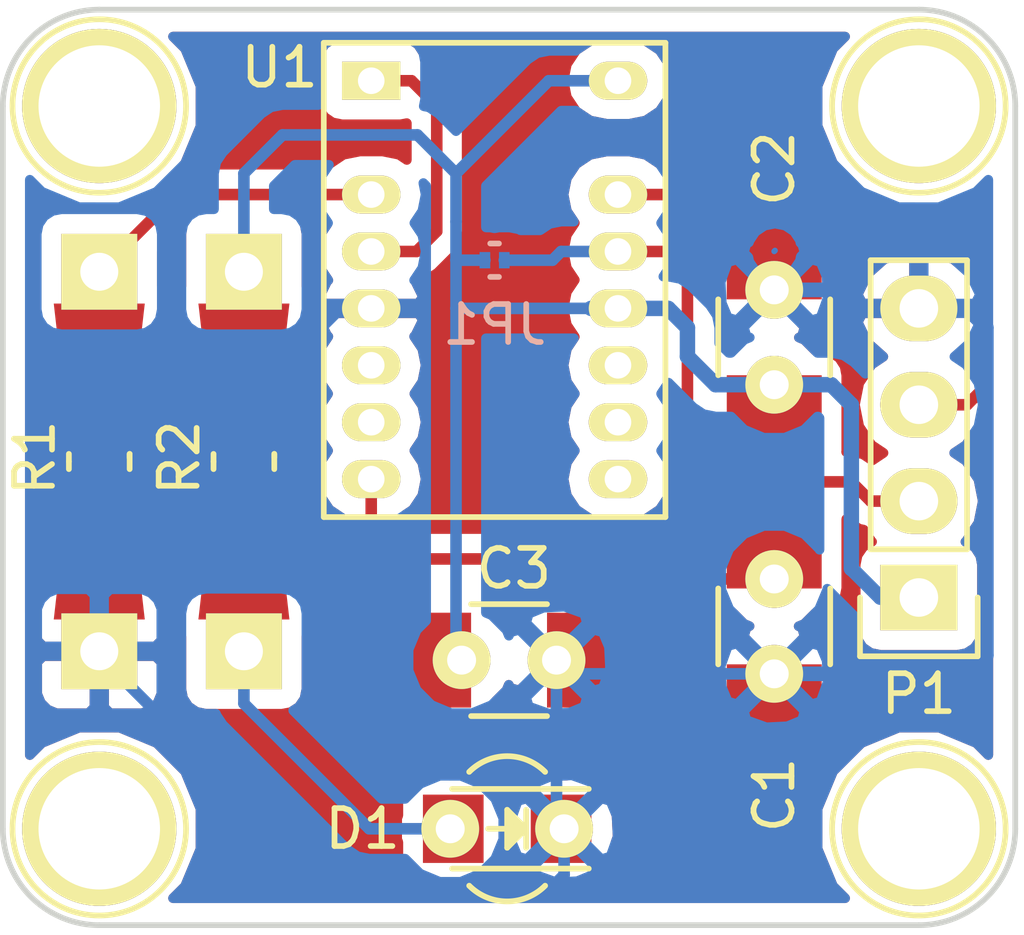
<source format=kicad_pcb>
(kicad_pcb (version 4) (host pcbnew 4.0.6)

  (general
    (links 31)
    (no_connects 0)
    (area 124.704743 84.836 161.045258 109.474001)
    (thickness 1.6002)
    (drawings 8)
    (tracks 101)
    (zones 0)
    (modules 13)
    (nets 9)
  )

  (page A4)
  (title_block
    (title "GP2Y0D8xxZ0F Board")
    (date 2016-05-01)
    (rev 1)
    (company "Officine Robotiche - Roberto D'Amico (Bobboteck)")
  )

  (layers
    (0 F.Cu signal)
    (31 B.Cu signal)
    (33 F.Adhes user)
    (34 B.Paste user)
    (35 F.Paste user)
    (36 B.SilkS user)
    (37 F.SilkS user)
    (38 B.Mask user)
    (39 F.Mask user)
    (40 Dwgs.User user)
    (41 Cmts.User user)
    (42 Eco1.User user)
    (43 Eco2.User user)
    (44 Edge.Cuts user)
    (45 Margin user)
    (47 F.CrtYd user)
    (49 F.Fab user)
  )

  (setup
    (last_trace_width 0.1524)
    (user_trace_width 0.1524)
    (user_trace_width 0.3048)
    (user_trace_width 0.3858)
    (trace_clearance 0.1524)
    (zone_clearance 0.508)
    (zone_45_only no)
    (trace_min 0.1524)
    (segment_width 0.2)
    (edge_width 0.15)
    (via_size 0.6858)
    (via_drill 0.3302)
    (via_min_size 0.6858)
    (via_min_drill 0.3302)
    (uvia_size 0.762)
    (uvia_drill 0.508)
    (uvias_allowed no)
    (uvia_min_size 0)
    (uvia_min_drill 0)
    (pcb_text_width 0.3)
    (pcb_text_size 1.5 1.5)
    (mod_edge_width 0.15)
    (mod_text_size 1 1)
    (mod_text_width 0.15)
    (pad_size 4.064 4.064)
    (pad_drill 3.2)
    (pad_to_mask_clearance 0.2)
    (aux_axis_origin 0 0)
    (visible_elements 7FFFFF7F)
    (pcbplotparams
      (layerselection 0x010f0_80000001)
      (usegerberextensions true)
      (excludeedgelayer true)
      (linewidth 0.100000)
      (plotframeref false)
      (viasonmask false)
      (mode 1)
      (useauxorigin false)
      (hpglpennumber 1)
      (hpglpenspeed 20)
      (hpglpendiameter 15)
      (hpglpenoverlay 2)
      (psnegative false)
      (psa4output false)
      (plotreference true)
      (plotvalue true)
      (plotinvisibletext false)
      (padsonsilk false)
      (subtractmaskfromsilk false)
      (outputformat 1)
      (mirror false)
      (drillshape 0)
      (scaleselection 1)
      (outputdirectory Gerber/))
  )

  (net 0 "")
  (net 1 "Net-(C1-Pad1)")
  (net 2 GND)
  (net 3 VCC)
  (net 4 "Net-(D1-Pad2)")
  (net 5 /Enable)
  (net 6 /Output)
  (net 7 "Net-(R1-Pad1)")
  (net 8 "Net-(U1-Pad1)")

  (net_class Default "This is the default net class."
    (clearance 0.1524)
    (trace_width 0.1524)
    (via_dia 0.6858)
    (via_drill 0.3302)
    (uvia_dia 0.762)
    (uvia_drill 0.508)
    (add_net /Enable)
    (add_net /Output)
    (add_net GND)
    (add_net "Net-(C1-Pad1)")
    (add_net "Net-(D1-Pad2)")
    (add_net "Net-(R1-Pad1)")
    (add_net "Net-(U1-Pad1)")
    (add_net VCC)
  )

  (net_class Power ""
    (clearance 0.1524)
    (trace_width 0.3084)
    (via_dia 0.6858)
    (via_drill 0.3302)
    (uvia_dia 0.762)
    (uvia_drill 0.508)
  )

  (module GP2Y0D81xZ0F:GP2Y0D81xZ0F (layer F.Cu) (tedit 56F92A23) (tstamp 56E73AC4)
    (at 142.494 92.964)
    (path /56E5E3CE)
    (fp_text reference U1 (at -5.665 -6.35) (layer F.SilkS)
      (effects (font (size 1 1) (thickness 0.15)))
    )
    (fp_text value GP2Y0D81xZ0F (at 0 -0.5 90) (layer F.Fab) hide
      (effects (font (size 1 1) (thickness 0.15)))
    )
    (fp_line (start -4.5 -7) (end 4.5 -7) (layer F.SilkS) (width 0.15))
    (fp_line (start 4.5 -7) (end 4.5 5.5) (layer F.SilkS) (width 0.15))
    (fp_line (start 4.5 5.5) (end -4.5 5.5) (layer F.SilkS) (width 0.15))
    (fp_line (start -4.5 5.5) (end -4.5 -7) (layer F.SilkS) (width 0.15))
    (pad 1 thru_hole rect (at -3.25 -6) (size 1.54 1) (drill 0.7) (layers *.Cu *.Mask F.SilkS)
      (net 8 "Net-(U1-Pad1)"))
    (pad 2 thru_hole oval (at -3.25 -3) (size 1.54 1) (drill 0.7) (layers *.Cu *.Mask F.SilkS)
      (net 7 "Net-(R1-Pad1)"))
    (pad 3 thru_hole oval (at -3.25 -1.5) (size 1.54 1) (drill 0.7) (layers *.Cu *.Mask F.SilkS)
      (net 8 "Net-(U1-Pad1)"))
    (pad 4 thru_hole oval (at -3.25 0) (size 1.54 1) (drill 0.7) (layers *.Cu *.Mask F.SilkS)
      (net 2 GND))
    (pad 5 thru_hole oval (at -3.25 1.5) (size 1.54 1) (drill 0.7) (layers *.Cu *.Mask F.SilkS))
    (pad 6 thru_hole oval (at -3.25 3) (size 1.54 1) (drill 0.7) (layers *.Cu *.Mask F.SilkS))
    (pad 7 thru_hole oval (at -3.25 4.5) (size 1.54 1) (drill 0.7) (layers *.Cu *.Mask F.SilkS)
      (net 1 "Net-(C1-Pad1)"))
    (pad 8 thru_hole oval (at 3.25 4.5) (size 1.54 1) (drill 0.7) (layers *.Cu *.Mask F.SilkS))
    (pad 9 thru_hole oval (at 3.25 3) (size 1.54 1) (drill 0.7) (layers *.Cu *.Mask F.SilkS))
    (pad 10 thru_hole oval (at 3.25 1.5) (size 1.54 1) (drill 0.7) (layers *.Cu *.Mask F.SilkS))
    (pad 11 thru_hole oval (at 3.25 0) (size 1.54 1) (drill 0.7) (layers *.Cu *.Mask F.SilkS)
      (net 3 VCC))
    (pad 12 thru_hole oval (at 3.25 -1.5) (size 1.54 1) (drill 0.7) (layers *.Cu *.Mask F.SilkS)
      (net 5 /Enable))
    (pad 13 thru_hole oval (at 3.25 -3) (size 1.54 1) (drill 0.7) (layers *.Cu *.Mask F.SilkS)
      (net 6 /Output))
    (pad 14 thru_hole oval (at 3.25 -6) (size 1.54 1) (drill 0.7) (layers *.Cu *.Mask F.SilkS)
      (net 3 VCC))
  )

  (module Pin_Headers:Pin_Header_Straight_1x04 (layer F.Cu) (tedit 56F929F9) (tstamp 56E73A96)
    (at 153.67 100.584 180)
    (descr "Through hole pin header")
    (tags "pin header")
    (path /56E5EB6E)
    (fp_text reference P1 (at 0 -2.54 180) (layer F.SilkS)
      (effects (font (size 1 1) (thickness 0.15)))
    )
    (fp_text value CONN_01X04 (at -4.445 5.08 270) (layer F.Fab) hide
      (effects (font (size 1 1) (thickness 0.15)))
    )
    (fp_line (start -1.75 -1.75) (end -1.75 9.4) (layer F.CrtYd) (width 0.05))
    (fp_line (start 1.75 -1.75) (end 1.75 9.4) (layer F.CrtYd) (width 0.05))
    (fp_line (start -1.75 -1.75) (end 1.75 -1.75) (layer F.CrtYd) (width 0.05))
    (fp_line (start -1.75 9.4) (end 1.75 9.4) (layer F.CrtYd) (width 0.05))
    (fp_line (start -1.27 1.27) (end -1.27 8.89) (layer F.SilkS) (width 0.15))
    (fp_line (start 1.27 1.27) (end 1.27 8.89) (layer F.SilkS) (width 0.15))
    (fp_line (start 1.55 -1.55) (end 1.55 0) (layer F.SilkS) (width 0.15))
    (fp_line (start -1.27 8.89) (end 1.27 8.89) (layer F.SilkS) (width 0.15))
    (fp_line (start 1.27 1.27) (end -1.27 1.27) (layer F.SilkS) (width 0.15))
    (fp_line (start -1.55 0) (end -1.55 -1.55) (layer F.SilkS) (width 0.15))
    (fp_line (start -1.55 -1.55) (end 1.55 -1.55) (layer F.SilkS) (width 0.15))
    (pad 1 thru_hole rect (at 0 0 180) (size 2.032 1.7272) (drill 1.016) (layers *.Cu *.Mask F.SilkS)
      (net 3 VCC))
    (pad 2 thru_hole oval (at 0 2.54 180) (size 2.032 1.7272) (drill 1.016) (layers *.Cu *.Mask F.SilkS)
      (net 5 /Enable))
    (pad 3 thru_hole oval (at 0 5.08 180) (size 2.032 1.7272) (drill 1.016) (layers *.Cu *.Mask F.SilkS)
      (net 6 /Output))
    (pad 4 thru_hole oval (at 0 7.62 180) (size 2.032 1.7272) (drill 1.016) (layers *.Cu *.Mask F.SilkS)
      (net 2 GND))
    (model Pin_Headers.3dshapes/Pin_Header_Straight_1x04.wrl
      (at (xyz 0 -0.15 0))
      (scale (xyz 1 1 1))
      (rotate (xyz 0 0 90))
    )
  )

  (module Resistors_Universal:Resistor_SMD+THTuniversal_0805to1206_RM10_HandSoldering (layer F.Cu) (tedit 56F928C5) (tstamp 56E73AA2)
    (at 132.08 97 270)
    (descr "Resistor, SMD and THT, universal, 0805 to 1206,RM10,  Hand soldering,")
    (tags "Resistor, SMD and THT, universal, 0805 to 1206, RM10, Hand soldering,")
    (path /56E5E48F)
    (fp_text reference R1 (at -0.1 1.7 270) (layer F.SilkS)
      (effects (font (size 1 1) (thickness 0.15)))
    )
    (fp_text value 4.3 (at -0.39878 4.20116 360) (layer F.Fab) hide
      (effects (font (size 1 1) (thickness 0.15)))
    )
    (fp_line (start 0 0.8001) (end 0.20066 0.8001) (layer F.SilkS) (width 0.15))
    (fp_line (start 0 0.8001) (end -0.20066 0.8001) (layer F.SilkS) (width 0.15))
    (fp_line (start -0.09906 -0.8001) (end -0.20066 -0.8001) (layer F.SilkS) (width 0.15))
    (fp_line (start -0.20066 -0.8001) (end 0.20066 -0.8001) (layer F.SilkS) (width 0.15))
    (pad 1 smd trapezoid (at -2.413 0 270) (size 3.50012 1.99898) (rect_delta 0.39878 0 ) (layers F.Cu F.Paste F.Mask)
      (net 7 "Net-(R1-Pad1)"))
    (pad 2 smd trapezoid (at 2.413 0 90) (size 3.50012 1.99898) (rect_delta 0.39878 0 ) (layers F.Cu F.Paste F.Mask)
      (net 2 GND))
    (pad 1 thru_hole rect (at -5.00126 0 90) (size 1.99898 1.99898) (drill 1.00076) (layers *.Cu *.Mask F.SilkS)
      (net 7 "Net-(R1-Pad1)"))
    (pad 2 thru_hole rect (at 5.00126 0 90) (size 1.99898 1.99898) (drill 1.00076) (layers *.Cu *.Mask F.SilkS)
      (net 2 GND))
  )

  (module Resistors_Universal:Resistor_SMD+THTuniversal_0805to1206_RM10_HandSoldering (layer F.Cu) (tedit 56F928DC) (tstamp 56E73AAE)
    (at 135.89 97 270)
    (descr "Resistor, SMD and THT, universal, 0805 to 1206,RM10,  Hand soldering,")
    (tags "Resistor, SMD and THT, universal, 0805 to 1206, RM10, Hand soldering,")
    (path /56E5E58C)
    (fp_text reference R2 (at -0.1 1.7 270) (layer F.SilkS)
      (effects (font (size 1 1) (thickness 0.15)))
    )
    (fp_text value 1K (at 2.06 7.62 360) (layer F.Fab) hide
      (effects (font (size 1 1) (thickness 0.15)))
    )
    (fp_line (start 0 0.8001) (end 0.20066 0.8001) (layer F.SilkS) (width 0.15))
    (fp_line (start 0 0.8001) (end -0.20066 0.8001) (layer F.SilkS) (width 0.15))
    (fp_line (start -0.09906 -0.8001) (end -0.20066 -0.8001) (layer F.SilkS) (width 0.15))
    (fp_line (start -0.20066 -0.8001) (end 0.20066 -0.8001) (layer F.SilkS) (width 0.15))
    (pad 1 smd trapezoid (at -2.413 0 270) (size 3.50012 1.99898) (rect_delta 0.39878 0 ) (layers F.Cu F.Paste F.Mask)
      (net 3 VCC))
    (pad 2 smd trapezoid (at 2.413 0 90) (size 3.50012 1.99898) (rect_delta 0.39878 0 ) (layers F.Cu F.Paste F.Mask)
      (net 4 "Net-(D1-Pad2)"))
    (pad 1 thru_hole rect (at -5.00126 0 90) (size 1.99898 1.99898) (drill 1.00076) (layers *.Cu *.Mask F.SilkS)
      (net 3 VCC))
    (pad 2 thru_hole rect (at 5.00126 0 90) (size 1.99898 1.99898) (drill 1.00076) (layers *.Cu *.Mask F.SilkS)
      (net 4 "Net-(D1-Pad2)"))
  )

  (module GP2Y0D81xZ0F:LED_1206_3MM (layer F.Cu) (tedit 56F90190) (tstamp 56E73A77)
    (at 142.825 106.68 180)
    (descr "LED 1206 smd package")
    (tags "LED1206 SMD")
    (path /56E5E6B0)
    (attr smd)
    (fp_text reference D1 (at 3.81 0 180) (layer F.SilkS)
      (effects (font (size 1 1) (thickness 0.15)))
    )
    (fp_text value Led (at -3.81 0 180) (layer F.Fab) hide
      (effects (font (size 1 1) (thickness 0.15)))
    )
    (fp_arc (start 0 0.5) (end 1 1.5) (angle 90) (layer F.SilkS) (width 0.15))
    (fp_arc (start 0 -0.5) (end -1 -1.5) (angle 90) (layer F.SilkS) (width 0.15))
    (fp_line (start -2.15 1.05) (end 1.45 1.05) (layer F.SilkS) (width 0.15))
    (fp_line (start -2.15 -1.05) (end 1.45 -1.05) (layer F.SilkS) (width 0.15))
    (fp_line (start -0.1 -0.3) (end -0.1 0.3) (layer F.SilkS) (width 0.15))
    (fp_line (start -0.1 0.3) (end -0.4 0) (layer F.SilkS) (width 0.15))
    (fp_line (start -0.4 0) (end -0.2 -0.2) (layer F.SilkS) (width 0.15))
    (fp_line (start -0.2 -0.2) (end -0.2 0.05) (layer F.SilkS) (width 0.15))
    (fp_line (start -0.2 0.05) (end -0.25 0) (layer F.SilkS) (width 0.15))
    (fp_line (start -0.5 -0.5) (end -0.5 0.5) (layer F.SilkS) (width 0.15))
    (fp_line (start 0 0) (end 0.5 0) (layer F.SilkS) (width 0.15))
    (fp_line (start -0.5 0) (end 0 -0.5) (layer F.SilkS) (width 0.15))
    (fp_line (start 0 -0.5) (end 0 0.5) (layer F.SilkS) (width 0.15))
    (fp_line (start 0 0.5) (end -0.5 0) (layer F.SilkS) (width 0.15))
    (fp_line (start 2.5 -1.25) (end -2.5 -1.25) (layer F.CrtYd) (width 0.05))
    (fp_line (start -2.5 -1.25) (end -2.5 1.25) (layer F.CrtYd) (width 0.05))
    (fp_line (start -2.5 1.25) (end 2.5 1.25) (layer F.CrtYd) (width 0.05))
    (fp_line (start 2.5 1.25) (end 2.5 -1.25) (layer F.CrtYd) (width 0.05))
    (pad 2 smd rect (at 1.41986 0) (size 1.59766 1.80086) (layers F.Cu F.Paste F.Mask)
      (net 4 "Net-(D1-Pad2)"))
    (pad 1 smd rect (at -1.41986 0) (size 1.59766 1.80086) (layers F.Cu F.Paste F.Mask)
      (net 2 GND))
    (pad 1 thru_hole circle (at -1.5 0 180) (size 1.524 1.524) (drill 0.762) (layers *.Cu *.Mask F.SilkS)
      (net 2 GND))
    (pad 2 thru_hole circle (at 1.5 0 180) (size 1.524 1.524) (drill 0.762) (layers *.Cu *.Mask F.SilkS)
      (net 4 "Net-(D1-Pad2)"))
    (model LEDs.3dshapes/LED_1206.wrl
      (at (xyz 0 0 0))
      (scale (xyz 1 1 1))
      (rotate (xyz 0 0 180))
    )
  )

  (module Connect:1pin (layer F.Cu) (tedit 56F927DB) (tstamp 56F926DD)
    (at 153.67 87.63)
    (descr "module 1 pin (ou trou mecanique de percage)")
    (tags DEV)
    (fp_text reference REF** (at 5.08 -1.27) (layer F.SilkS) hide
      (effects (font (size 1 1) (thickness 0.15)))
    )
    (fp_text value 1pin (at 5.08 0) (layer F.Fab) hide
      (effects (font (size 1 1) (thickness 0.15)))
    )
    (fp_circle (center 0 0) (end 0 -2.286) (layer F.SilkS) (width 0.15))
    (pad 1 thru_hole circle (at 0 0) (size 4.064 4.064) (drill 3.2) (layers *.Cu *.Mask F.SilkS))
  )

  (module Connect:1pin (layer F.Cu) (tedit 56F92811) (tstamp 56F926E5)
    (at 132.08 87.63)
    (descr "module 1 pin (ou trou mecanique de percage)")
    (tags DEV)
    (fp_text reference REF** (at -5.08 -1.27) (layer F.SilkS) hide
      (effects (font (size 1 1) (thickness 0.15)))
    )
    (fp_text value 1pin (at -5.08 0) (layer F.Fab) hide
      (effects (font (size 1 1) (thickness 0.15)))
    )
    (fp_circle (center 0 0) (end 0 -2.286) (layer F.SilkS) (width 0.15))
    (pad 1 thru_hole circle (at 0 0) (size 4.064 4.064) (drill 3.2) (layers *.Cu *.Mask F.SilkS))
  )

  (module Connect:1pin (layer F.Cu) (tedit 56F927F7) (tstamp 56F926EB)
    (at 132.08 106.68)
    (descr "module 1 pin (ou trou mecanique de percage)")
    (tags DEV)
    (fp_text reference REF** (at -5.08 1.27) (layer F.SilkS) hide
      (effects (font (size 1 1) (thickness 0.15)))
    )
    (fp_text value 1pin (at -5.08 0) (layer F.Fab) hide
      (effects (font (size 1 1) (thickness 0.15)))
    )
    (fp_circle (center 0 0) (end 0 -2.286) (layer F.SilkS) (width 0.15))
    (pad 1 thru_hole circle (at 0 0) (size 4.064 4.064) (drill 3.2) (layers *.Cu *.Mask F.SilkS))
  )

  (module Connect:1pin (layer F.Cu) (tedit 56F927E1) (tstamp 56F926F1)
    (at 153.67 106.68)
    (descr "module 1 pin (ou trou mecanique de percage)")
    (tags DEV)
    (fp_text reference REF** (at 5.08 1.27) (layer F.SilkS) hide
      (effects (font (size 1 1) (thickness 0.15)))
    )
    (fp_text value 1pin (at 5.08 0) (layer F.Fab) hide
      (effects (font (size 1 1) (thickness 0.15)))
    )
    (fp_circle (center 0 0) (end 0 -2.286) (layer F.SilkS) (width 0.15))
    (pad 1 thru_hole circle (at 0 0) (size 4.064 4.064) (drill 3.2) (layers *.Cu *.Mask F.SilkS))
  )

  (module GP2Y0D81xZ0F:C_1210_HandSoldering_100n (layer F.Cu) (tedit 56F92BC0) (tstamp 56E73A55)
    (at 149.86 93.726 90)
    (descr "Capacitor SMD 1210, hand soldering")
    (tags "capacitor 1210")
    (path /56E5E620)
    (attr smd)
    (fp_text reference C2 (at 4.445 0 90) (layer F.SilkS)
      (effects (font (size 1 1) (thickness 0.15)))
    )
    (fp_text value 0.1uF (at 5.715 -1.27 90) (layer F.Fab) hide
      (effects (font (size 1 1) (thickness 0.15)))
    )
    (fp_line (start -3.3 -1.6) (end 3.3 -1.6) (layer F.CrtYd) (width 0.05))
    (fp_line (start -3.3 1.6) (end 3.3 1.6) (layer F.CrtYd) (width 0.05))
    (fp_line (start -3.3 -1.6) (end -3.3 1.6) (layer F.CrtYd) (width 0.05))
    (fp_line (start 3.3 -1.6) (end 3.3 1.6) (layer F.CrtYd) (width 0.05))
    (fp_line (start 1 -1.475) (end -1 -1.475) (layer F.SilkS) (width 0.15))
    (fp_line (start -1 1.475) (end 1 1.475) (layer F.SilkS) (width 0.15))
    (pad 1 smd rect (at -2 0 90) (size 2 2.5) (layers F.Cu F.Paste F.Mask)
      (net 3 VCC))
    (pad 2 smd rect (at 2 0 90) (size 2 2.5) (layers F.Cu F.Paste F.Mask)
      (net 2 GND))
    (pad 1 thru_hole circle (at -1.25 0 90) (size 1.524 1.524) (drill 0.762) (layers *.Cu *.Mask F.SilkS)
      (net 3 VCC))
    (pad 2 thru_hole circle (at 1.25 0 90) (size 1.524 1.524) (drill 0.762) (layers *.Cu *.Mask F.SilkS)
      (net 2 GND))
    (model Capacitors_SMD.3dshapes/C_1210_HandSoldering.wrl
      (at (xyz 0 0 0))
      (scale (xyz 1 1 1))
      (rotate (xyz 0 0 0))
    )
  )

  (module GP2Y0D81xZ0F:C_1210_HandSoldering_100n (layer F.Cu) (tedit 56F92BC0) (tstamp 56E73A49)
    (at 149.86 101.346 270)
    (descr "Capacitor SMD 1210, hand soldering")
    (tags "capacitor 1210")
    (path /56E5E5BF)
    (attr smd)
    (fp_text reference C1 (at 4.445 0 270) (layer F.SilkS)
      (effects (font (size 1 1) (thickness 0.15)))
    )
    (fp_text value 0.1uF (at 5.715 -1.27 270) (layer F.Fab) hide
      (effects (font (size 1 1) (thickness 0.15)))
    )
    (fp_line (start -3.3 -1.6) (end 3.3 -1.6) (layer F.CrtYd) (width 0.05))
    (fp_line (start -3.3 1.6) (end 3.3 1.6) (layer F.CrtYd) (width 0.05))
    (fp_line (start -3.3 -1.6) (end -3.3 1.6) (layer F.CrtYd) (width 0.05))
    (fp_line (start 3.3 -1.6) (end 3.3 1.6) (layer F.CrtYd) (width 0.05))
    (fp_line (start 1 -1.475) (end -1 -1.475) (layer F.SilkS) (width 0.15))
    (fp_line (start -1 1.475) (end 1 1.475) (layer F.SilkS) (width 0.15))
    (pad 1 smd rect (at -2 0 270) (size 2 2.5) (layers F.Cu F.Paste F.Mask)
      (net 1 "Net-(C1-Pad1)"))
    (pad 2 smd rect (at 2 0 270) (size 2 2.5) (layers F.Cu F.Paste F.Mask)
      (net 2 GND))
    (pad 1 thru_hole circle (at -1.25 0 270) (size 1.524 1.524) (drill 0.762) (layers *.Cu *.Mask F.SilkS)
      (net 1 "Net-(C1-Pad1)"))
    (pad 2 thru_hole circle (at 1.25 0 270) (size 1.524 1.524) (drill 0.762) (layers *.Cu *.Mask F.SilkS)
      (net 2 GND))
    (model Capacitors_SMD.3dshapes/C_1210_HandSoldering.wrl
      (at (xyz 0 0 0))
      (scale (xyz 1 1 1))
      (rotate (xyz 0 0 0))
    )
  )

  (module GP2Y0D81xZ0F:C_1210_HandSoldering_100n (layer F.Cu) (tedit 5724C864) (tstamp 56E73A61)
    (at 142.875 102.235)
    (descr "Capacitor SMD 1210, hand soldering")
    (tags "capacitor 1210")
    (path /56E5E683)
    (attr smd)
    (fp_text reference C3 (at 0.127 -2.413) (layer F.SilkS)
      (effects (font (size 1 1) (thickness 0.15)))
    )
    (fp_text value 4.7uF (at 5.715 -1.27) (layer F.Fab) hide
      (effects (font (size 1 1) (thickness 0.15)))
    )
    (fp_line (start -3.3 -1.6) (end 3.3 -1.6) (layer F.CrtYd) (width 0.05))
    (fp_line (start -3.3 1.6) (end 3.3 1.6) (layer F.CrtYd) (width 0.05))
    (fp_line (start -3.3 -1.6) (end -3.3 1.6) (layer F.CrtYd) (width 0.05))
    (fp_line (start 3.3 -1.6) (end 3.3 1.6) (layer F.CrtYd) (width 0.05))
    (fp_line (start 1 -1.475) (end -1 -1.475) (layer F.SilkS) (width 0.15))
    (fp_line (start -1 1.475) (end 1 1.475) (layer F.SilkS) (width 0.15))
    (pad 1 smd rect (at -2 0) (size 2 2.5) (layers F.Cu F.Paste F.Mask)
      (net 3 VCC))
    (pad 2 smd rect (at 2 0) (size 2 2.5) (layers F.Cu F.Paste F.Mask)
      (net 2 GND))
    (pad 1 thru_hole circle (at -1.25 0) (size 1.524 1.524) (drill 0.762) (layers *.Cu *.Mask F.SilkS)
      (net 3 VCC))
    (pad 2 thru_hole circle (at 1.25 0) (size 1.524 1.524) (drill 0.762) (layers *.Cu *.Mask F.SilkS)
      (net 2 GND))
    (model Capacitors_SMD.3dshapes/C_1210_HandSoldering.wrl
      (at (xyz 0 0 0))
      (scale (xyz 1 1 1))
      (rotate (xyz 0 0 0))
    )
  )

  (module Resistors_SMD:R_0201 (layer B.Cu) (tedit 56F99627) (tstamp 56E73A83)
    (at 142.494 91.694)
    (descr "Resistor SMD 0201, reflow soldering, Vishay (see crcw0201e3.pdf)")
    (tags "resistor 0201")
    (path /56E5EEA5)
    (attr smd)
    (fp_text reference JP1 (at 0 1.7) (layer B.SilkS)
      (effects (font (size 1 1) (thickness 0.15)) (justify mirror))
    )
    (fp_text value Jumper_NO_Small (at 0 -1.7) (layer B.Fab) hide
      (effects (font (size 1 1) (thickness 0.15)) (justify mirror))
    )
    (fp_line (start -0.65 0.55) (end 0.65 0.55) (layer B.CrtYd) (width 0.05))
    (fp_line (start -0.65 -0.55) (end 0.65 -0.55) (layer B.CrtYd) (width 0.05))
    (fp_line (start -0.65 0.55) (end -0.65 -0.55) (layer B.CrtYd) (width 0.05))
    (fp_line (start 0.65 0.55) (end 0.65 -0.55) (layer B.CrtYd) (width 0.05))
    (fp_line (start 0.115 0.44) (end -0.115 0.44) (layer B.SilkS) (width 0.15))
    (fp_line (start -0.115 -0.44) (end 0.115 -0.44) (layer B.SilkS) (width 0.15))
    (pad 1 smd rect (at -0.255 0) (size 0.28 0.43) (layers B.Cu B.Paste B.Mask)
      (net 3 VCC))
    (pad 2 smd rect (at 0.255 0) (size 0.28 0.43) (layers B.Cu B.Paste B.Mask)
      (net 5 /Enable))
    (model Resistors_SMD.3dshapes/R_0201.wrl
      (at (xyz 0 0 0))
      (scale (xyz 1 1 1))
      (rotate (xyz 0 0 0))
    )
  )

  (gr_line (start 153.67 109.22) (end 132.08 109.22) (angle 90) (layer Edge.Cuts) (width 0.15))
  (gr_line (start 156.21 87.63) (end 156.21 106.68) (angle 90) (layer Edge.Cuts) (width 0.15))
  (gr_line (start 132.08 85.09) (end 153.67 85.09) (angle 90) (layer Edge.Cuts) (width 0.15))
  (gr_line (start 129.54 106.68) (end 129.54 87.63) (angle 90) (layer Edge.Cuts) (width 0.15))
  (gr_arc (start 132.08 106.68) (end 132.08 109.22) (angle 90) (layer Edge.Cuts) (width 0.15))
  (gr_arc (start 153.67 106.68) (end 156.21 106.68) (angle 90) (layer Edge.Cuts) (width 0.15))
  (gr_arc (start 153.67 87.63) (end 153.67 85.09) (angle 90) (layer Edge.Cuts) (width 0.15))
  (gr_arc (start 132.08 87.63) (end 129.54 87.63) (angle 90) (layer Edge.Cuts) (width 0.15))

  (segment (start 149.88 91.44) (end 149.86 91.46) (width 0.1524) (layer B.Cu) (net 0) (tstamp 56F975DD))
  (segment (start 139.244 97.464) (end 139.244 98.604) (width 0.3048) (layer F.Cu) (net 1))
  (segment (start 147.34 100.096) (end 149.86 100.096) (width 0.3048) (layer F.Cu) (net 1) (tstamp 5724E62E))
  (segment (start 146.812 99.568) (end 147.34 100.096) (width 0.3048) (layer F.Cu) (net 1) (tstamp 5724E624))
  (segment (start 140.208 99.568) (end 146.812 99.568) (width 0.3048) (layer F.Cu) (net 1) (tstamp 5724E61F))
  (segment (start 139.244 98.604) (end 140.208 99.568) (width 0.3048) (layer F.Cu) (net 1) (tstamp 5724E61B))
  (segment (start 149.86 100.096) (end 149.86 99.346) (width 0.3048) (layer F.Cu) (net 1) (tstamp 5724E635))
  (segment (start 149.84 100.076) (end 149.86 100.096) (width 0.1524) (layer F.Cu) (net 1) (tstamp 56F989A9))
  (segment (start 149.86 100.096) (end 149.86 99.346) (width 0.1524) (layer F.Cu) (net 1) (tstamp 56F989AE))
  (segment (start 139.244 97.464) (end 139.244 97.842) (width 0.1524) (layer F.Cu) (net 1))
  (segment (start 149.86 99.08) (end 149.86 98.33) (width 0.1524) (layer F.Cu) (net 1) (tstamp 56F9782F))
  (segment (start 139.244 92.964) (end 138.43 92.964) (width 0.3048) (layer B.Cu) (net 2))
  (segment (start 139.192 104.648) (end 144.125 104.648) (width 0.3048) (layer B.Cu) (net 2) (tstamp 5724E734))
  (segment (start 138.43 103.886) (end 139.192 104.648) (width 0.3048) (layer B.Cu) (net 2) (tstamp 5724E72E))
  (segment (start 138.43 99.822) (end 138.43 103.886) (width 0.3048) (layer B.Cu) (net 2) (tstamp 5724E729))
  (segment (start 137.668 99.06) (end 138.43 99.822) (width 0.3048) (layer B.Cu) (net 2) (tstamp 5724E71E))
  (segment (start 137.668 93.726) (end 137.668 99.06) (width 0.3048) (layer B.Cu) (net 2) (tstamp 5724E71D))
  (segment (start 138.43 92.964) (end 137.668 93.726) (width 0.3048) (layer B.Cu) (net 2) (tstamp 5724E713))
  (segment (start 144.125 102.235) (end 144.125 104.648) (width 0.3048) (layer B.Cu) (net 2))
  (segment (start 144.125 104.648) (end 144.125 106.48) (width 0.3048) (layer B.Cu) (net 2) (tstamp 5724E739))
  (segment (start 144.125 106.48) (end 144.325 106.68) (width 0.3048) (layer B.Cu) (net 2) (tstamp 5724E70D))
  (segment (start 144.325 106.68) (end 144.325 107.897) (width 0.3048) (layer B.Cu) (net 2))
  (segment (start 138.43 108.458) (end 132.08 102.108) (width 0.3048) (layer B.Cu) (net 2) (tstamp 5724E6BF))
  (segment (start 143.764 108.458) (end 138.43 108.458) (width 0.3048) (layer B.Cu) (net 2) (tstamp 5724E6BB))
  (segment (start 144.325 107.897) (end 143.764 108.458) (width 0.3048) (layer B.Cu) (net 2) (tstamp 5724E6B7))
  (segment (start 132.08 102.108) (end 132.08 102.00126) (width 0.3048) (layer B.Cu) (net 2) (tstamp 5724E6CC))
  (segment (start 149.86 102.596) (end 144.486 102.596) (width 0.3048) (layer B.Cu) (net 2))
  (segment (start 144.486 102.596) (end 144.125 102.235) (width 0.3048) (layer B.Cu) (net 2) (tstamp 5724E68F))
  (segment (start 149.86 92.476) (end 151.658 92.476) (width 0.3858) (layer B.Cu) (net 2))
  (segment (start 152.146 92.964) (end 153.67 92.964) (width 0.3858) (layer B.Cu) (net 2) (tstamp 5724E592))
  (segment (start 151.658 92.476) (end 152.146 92.964) (width 0.3858) (layer B.Cu) (net 2) (tstamp 5724E58C))
  (segment (start 149.86 102.596) (end 154.96 102.596) (width 0.3858) (layer B.Cu) (net 2))
  (segment (start 154.94 92.964) (end 153.67 92.964) (width 0.3858) (layer B.Cu) (net 2) (tstamp 5724E568))
  (segment (start 155.448 93.472) (end 154.94 92.964) (width 0.3858) (layer B.Cu) (net 2) (tstamp 5724E560))
  (segment (start 155.448 102.108) (end 155.448 93.472) (width 0.3858) (layer B.Cu) (net 2) (tstamp 5724E55C))
  (segment (start 154.96 102.596) (end 155.448 102.108) (width 0.3858) (layer B.Cu) (net 2) (tstamp 5724E551))
  (segment (start 153.436 92.476) (end 153.67 92.71) (width 0.1524) (layer B.Cu) (net 2) (tstamp 56F98A5A))
  (segment (start 153.67 92.71) (end 154.178 92.71) (width 0.1524) (layer B.Cu) (net 2))
  (segment (start 144.486 102.596) (end 144.125 102.235) (width 0.1524) (layer B.Cu) (net 2) (tstamp 56F98977))
  (segment (start 132.08 102.00126) (end 132.08 99.413) (width 0.1524) (layer F.Cu) (net 2))
  (segment (start 144.325 102.435) (end 144.125 102.235) (width 0.1524) (layer B.Cu) (net 2) (tstamp 56F9459D))
  (segment (start 132.08 102.00126) (end 132.08 102.108) (width 0.1524) (layer B.Cu) (net 2))
  (segment (start 152.654 100.584) (end 151.892 99.822) (width 0.3858) (layer B.Cu) (net 3))
  (segment (start 151.892 99.822) (end 151.892 95.504) (width 0.4064) (layer B.Cu) (net 3) (tstamp 56F98BB3))
  (segment (start 151.892 95.504) (end 151.364 94.976) (width 0.4064) (layer B.Cu) (net 3) (tstamp 56F98BB7))
  (segment (start 151.364 94.976) (end 149.86 94.976) (width 0.4064) (layer B.Cu) (net 3) (tstamp 56F98BBF))
  (segment (start 152.654 100.584) (end 153.67 100.584) (width 0.3858) (layer B.Cu) (net 3) (tstamp 5724E50B))
  (segment (start 145.744 92.964) (end 141.478 92.964) (width 0.3048) (layer B.Cu) (net 3))
  (segment (start 142.239 91.694) (end 141.478 91.694) (width 0.3048) (layer B.Cu) (net 3))
  (segment (start 145.744 86.964) (end 143.922 86.964) (width 0.3048) (layer B.Cu) (net 3))
  (segment (start 143.922 86.964) (end 141.478 89.408) (width 0.3048) (layer B.Cu) (net 3) (tstamp 5724DC8A))
  (segment (start 135.89 91.99874) (end 135.89 89.408) (width 0.3048) (layer B.Cu) (net 3))
  (segment (start 135.89 89.408) (end 136.906 88.392) (width 0.3048) (layer B.Cu) (net 3) (tstamp 5724DC33))
  (segment (start 136.906 88.392) (end 140.462 88.392) (width 0.3048) (layer B.Cu) (net 3) (tstamp 5724DC37))
  (segment (start 140.462 88.392) (end 141.478 89.408) (width 0.3048) (layer B.Cu) (net 3) (tstamp 5724DC41))
  (segment (start 141.478 89.408) (end 141.478 90.678) (width 0.3048) (layer B.Cu) (net 3) (tstamp 5724DC4B))
  (segment (start 141.478 90.678) (end 141.478 91.694) (width 0.3048) (layer B.Cu) (net 3) (tstamp 5724CEBA))
  (segment (start 141.478 91.694) (end 141.478 92.964) (width 0.3048) (layer B.Cu) (net 3) (tstamp 5724DCBA))
  (segment (start 141.478 92.964) (end 141.478 102.088) (width 0.3048) (layer B.Cu) (net 3) (tstamp 5724DCCD))
  (segment (start 141.478 102.088) (end 141.625 102.235) (width 0.1524) (layer B.Cu) (net 3) (tstamp 5724CEC8))
  (segment (start 135.89 91.99874) (end 135.89 94.587) (width 0.1524) (layer F.Cu) (net 3))
  (segment (start 149.86 94.976) (end 148.316 94.976) (width 0.4064) (layer B.Cu) (net 3))
  (segment (start 147.066 92.964) (end 145.744 92.964) (width 0.4064) (layer B.Cu) (net 3) (tstamp 56F98CCF))
  (segment (start 147.574 93.472) (end 147.066 92.964) (width 0.4064) (layer B.Cu) (net 3) (tstamp 56F98CCA))
  (segment (start 147.574 94.234) (end 147.574 93.472) (width 0.4064) (layer B.Cu) (net 3) (tstamp 56F98CC6))
  (segment (start 148.316 94.976) (end 147.574 94.234) (width 0.4064) (layer B.Cu) (net 3) (tstamp 56F98CBF))
  (segment (start 145.744 86.964) (end 145.192 86.964) (width 0.4064) (layer B.Cu) (net 3))
  (segment (start 145.034 92.964) (end 145.744 92.964) (width 0.4064) (layer B.Cu) (net 3) (tstamp 56F98B73))
  (segment (start 145.034 92.964) (end 145.744 92.964) (width 0.1524) (layer B.Cu) (net 3) (tstamp 56F93E43))
  (segment (start 141.325 106.68) (end 139.192 106.68) (width 0.3048) (layer B.Cu) (net 4))
  (segment (start 135.89 103.378) (end 135.89 102.00126) (width 0.3048) (layer B.Cu) (net 4) (tstamp 5724E6E7))
  (segment (start 139.192 106.68) (end 135.89 103.378) (width 0.3048) (layer B.Cu) (net 4) (tstamp 5724E6E1))
  (segment (start 135.89 102.00126) (end 135.89 99.413) (width 0.1524) (layer F.Cu) (net 4))
  (segment (start 153.67 98.044) (end 152.4 98.044) (width 0.3048) (layer F.Cu) (net 5))
  (segment (start 147.09 91.464) (end 145.744 91.464) (width 0.3048) (layer F.Cu) (net 5) (tstamp 5724E66F))
  (segment (start 147.574 91.948) (end 147.09 91.464) (width 0.3048) (layer F.Cu) (net 5) (tstamp 5724E66C))
  (segment (start 147.574 97.282) (end 147.574 91.948) (width 0.3048) (layer F.Cu) (net 5) (tstamp 5724E667))
  (segment (start 147.828 97.536) (end 147.574 97.282) (width 0.3048) (layer F.Cu) (net 5) (tstamp 5724E65F))
  (segment (start 151.892 97.536) (end 147.828 97.536) (width 0.3048) (layer F.Cu) (net 5) (tstamp 5724E65B))
  (segment (start 152.4 98.044) (end 151.892 97.536) (width 0.3048) (layer F.Cu) (net 5) (tstamp 5724E656))
  (segment (start 145.744 91.464) (end 144.248 91.464) (width 0.3048) (layer B.Cu) (net 5))
  (segment (start 144.018 91.694) (end 142.749 91.694) (width 0.3048) (layer B.Cu) (net 5) (tstamp 5724DCD7))
  (segment (start 144.248 91.464) (end 144.018 91.694) (width 0.3048) (layer B.Cu) (net 5) (tstamp 5724DCCF))
  (segment (start 153.67 97.79) (end 152.908 97.79) (width 0.1524) (layer F.Cu) (net 5))
  (segment (start 145.744 89.964) (end 151.686 89.964) (width 0.3048) (layer F.Cu) (net 6))
  (segment (start 154.94 95.504) (end 153.67 95.504) (width 0.3048) (layer F.Cu) (net 6) (tstamp 5724E5F9))
  (segment (start 155.448 94.996) (end 154.94 95.504) (width 0.3048) (layer F.Cu) (net 6) (tstamp 5724E5F5))
  (segment (start 155.448 91.186) (end 155.448 94.996) (width 0.3048) (layer F.Cu) (net 6) (tstamp 5724E5EB))
  (segment (start 154.94 90.678) (end 155.448 91.186) (width 0.3048) (layer F.Cu) (net 6) (tstamp 5724E5E6))
  (segment (start 152.4 90.678) (end 154.94 90.678) (width 0.3048) (layer F.Cu) (net 6) (tstamp 5724E5DE))
  (segment (start 151.686 89.964) (end 152.4 90.678) (width 0.3048) (layer F.Cu) (net 6) (tstamp 5724E5D5))
  (segment (start 139.244 89.964) (end 134.11474 89.964) (width 0.3048) (layer F.Cu) (net 7))
  (segment (start 134.11474 89.964) (end 132.08 91.99874) (width 0.3048) (layer F.Cu) (net 7) (tstamp 5724CF52))
  (segment (start 132.08 91.99874) (end 132.28326 91.99874) (width 0.1524) (layer B.Cu) (net 7))
  (segment (start 132.08 94.587) (end 132.08 91.99874) (width 0.1524) (layer F.Cu) (net 7))
  (segment (start 139.244 91.464) (end 140.438 91.464) (width 0.3048) (layer F.Cu) (net 8))
  (segment (start 140.304 86.964) (end 139.244 86.964) (width 0.3048) (layer F.Cu) (net 8) (tstamp 5724CF88))
  (segment (start 140.97 87.63) (end 140.304 86.964) (width 0.3048) (layer F.Cu) (net 8) (tstamp 5724CF7E))
  (segment (start 140.97 90.932) (end 140.97 87.63) (width 0.3048) (layer F.Cu) (net 8) (tstamp 5724CF7A))
  (segment (start 140.438 91.464) (end 140.97 90.932) (width 0.3048) (layer F.Cu) (net 8) (tstamp 5724CF75))
  (segment (start 139.244 91.464) (end 139.93 91.464) (width 0.1524) (layer F.Cu) (net 8))

  (zone (net 2) (net_name GND) (layer F.Cu) (tstamp 56F99B23) (hatch edge 0.508)
    (connect_pads (clearance 0.508))
    (min_thickness 0.254)
    (fill yes (arc_segments 16) (thermal_gap 0.508) (thermal_bridge_width 0.508))
    (polygon
      (pts
        (xy 129.54 84.836) (xy 156.464 84.836) (xy 156.464 109.474) (xy 129.54 109.474) (xy 129.54 85.09)
      )
    )
    (filled_polygon
      (pts
        (xy 151.410345 86.117293) (xy 151.003464 87.097173) (xy 151.002538 88.158172) (xy 151.407709 89.138761) (xy 151.445482 89.1766)
        (xy 146.854226 89.1766) (xy 146.844092 89.161434) (xy 146.475872 88.915397) (xy 146.041526 88.829) (xy 145.446474 88.829)
        (xy 145.012128 88.915397) (xy 144.643908 89.161434) (xy 144.397871 89.529654) (xy 144.311474 89.964) (xy 144.397871 90.398346)
        (xy 144.608784 90.714) (xy 144.397871 91.029654) (xy 144.311474 91.464) (xy 144.397871 91.898346) (xy 144.608784 92.214)
        (xy 144.397871 92.529654) (xy 144.311474 92.964) (xy 144.397871 93.398346) (xy 144.608784 93.714) (xy 144.397871 94.029654)
        (xy 144.311474 94.464) (xy 144.397871 94.898346) (xy 144.608784 95.214) (xy 144.397871 95.529654) (xy 144.311474 95.964)
        (xy 144.397871 96.398346) (xy 144.608784 96.714) (xy 144.397871 97.029654) (xy 144.311474 97.464) (xy 144.397871 97.898346)
        (xy 144.643908 98.266566) (xy 145.012128 98.512603) (xy 145.446474 98.599) (xy 146.041526 98.599) (xy 146.475872 98.512603)
        (xy 146.844092 98.266566) (xy 147.084788 97.90634) (xy 147.271224 98.092776) (xy 147.526675 98.263463) (xy 147.828 98.3234)
        (xy 147.967137 98.3234) (xy 147.96256 98.346) (xy 147.96256 99.3086) (xy 147.666152 99.3086) (xy 147.368776 99.011224)
        (xy 147.113325 98.840537) (xy 146.812 98.7806) (xy 140.534152 98.7806) (xy 140.149884 98.396332) (xy 140.344092 98.266566)
        (xy 140.590129 97.898346) (xy 140.676526 97.464) (xy 140.590129 97.029654) (xy 140.379216 96.714) (xy 140.590129 96.398346)
        (xy 140.676526 95.964) (xy 140.590129 95.529654) (xy 140.379216 95.214) (xy 140.590129 94.898346) (xy 140.676526 94.464)
        (xy 140.590129 94.029654) (xy 140.373085 93.704825) (xy 140.406368 93.676763) (xy 140.608119 93.265874) (xy 140.481954 93.091)
        (xy 139.371 93.091) (xy 139.371 93.111) (xy 139.117 93.111) (xy 139.117 93.091) (xy 138.006046 93.091)
        (xy 137.879881 93.265874) (xy 138.081632 93.676763) (xy 138.114915 93.704825) (xy 137.897871 94.029654) (xy 137.811474 94.464)
        (xy 137.897871 94.898346) (xy 138.108784 95.214) (xy 137.897871 95.529654) (xy 137.811474 95.964) (xy 137.897871 96.398346)
        (xy 138.108784 96.714) (xy 137.897871 97.029654) (xy 137.811474 97.464) (xy 137.897871 97.898346) (xy 138.143908 98.266566)
        (xy 138.4566 98.4755) (xy 138.4566 98.604) (xy 138.516537 98.905325) (xy 138.687224 99.160776) (xy 139.651224 100.124776)
        (xy 139.906675 100.295463) (xy 140.118312 100.33756) (xy 139.875 100.33756) (xy 139.639683 100.381838) (xy 139.423559 100.52091)
        (xy 139.278569 100.73311) (xy 139.22756 100.985) (xy 139.22756 103.485) (xy 139.271838 103.720317) (xy 139.41091 103.936441)
        (xy 139.62311 104.081431) (xy 139.875 104.13244) (xy 141.875 104.13244) (xy 142.110317 104.088162) (xy 142.326441 103.94909)
        (xy 142.471431 103.73689) (xy 142.52244 103.485) (xy 142.52244 103.31306) (xy 142.808629 103.02737) (xy 142.86837 102.883497)
        (xy 142.902603 102.966143) (xy 143.144787 103.035608) (xy 143.24 102.940395) (xy 143.24 103.61131) (xy 143.336673 103.844699)
        (xy 143.515302 104.023327) (xy 143.748691 104.12) (xy 144.58925 104.12) (xy 144.748 103.96125) (xy 144.748 103.502191)
        (xy 144.856143 103.457397) (xy 144.925607 103.215215) (xy 145.002 103.291608) (xy 145.002 103.96125) (xy 145.16075 104.12)
        (xy 146.001309 104.12) (xy 146.234698 104.023327) (xy 146.413327 103.844699) (xy 146.51 103.61131) (xy 146.51 102.52075)
        (xy 146.35125 102.362) (xy 145.530105 102.362) (xy 145.517392 102.108) (xy 146.35125 102.108) (xy 146.51 101.94925)
        (xy 146.51 100.85869) (xy 146.413327 100.625301) (xy 146.234698 100.446673) (xy 146.014346 100.3554) (xy 146.485848 100.3554)
        (xy 146.783224 100.652776) (xy 147.038675 100.823463) (xy 147.34 100.8834) (xy 148.271715 100.8834) (xy 148.35811 100.942431)
        (xy 148.61 100.99344) (xy 148.78194 100.99344) (xy 149.06763 101.279629) (xy 149.211503 101.33937) (xy 149.128857 101.373603)
        (xy 149.059392 101.615787) (xy 149.154605 101.711) (xy 148.48369 101.711) (xy 148.250301 101.807673) (xy 148.071673 101.986302)
        (xy 147.975 102.219691) (xy 147.975 103.06025) (xy 148.13375 103.219) (xy 148.592809 103.219) (xy 148.637603 103.327143)
        (xy 148.879785 103.396607) (xy 148.803392 103.473) (xy 148.13375 103.473) (xy 147.975 103.63175) (xy 147.975 104.472309)
        (xy 148.071673 104.705698) (xy 148.250301 104.884327) (xy 148.48369 104.981) (xy 149.57425 104.981) (xy 149.733 104.82225)
        (xy 149.733 104.001105) (xy 149.987 103.988392) (xy 149.987 104.82225) (xy 150.14575 104.981) (xy 151.23631 104.981)
        (xy 151.469699 104.884327) (xy 151.648327 104.705698) (xy 151.745 104.472309) (xy 151.745 103.63175) (xy 151.58625 103.473)
        (xy 150.916608 103.473) (xy 150.840215 103.396607) (xy 151.082397 103.327143) (xy 151.120979 103.219) (xy 151.58625 103.219)
        (xy 151.745 103.06025) (xy 151.745 102.219691) (xy 151.648327 101.986302) (xy 151.469699 101.807673) (xy 151.23631 101.711)
        (xy 150.565395 101.711) (xy 150.660608 101.615787) (xy 150.591143 101.373603) (xy 150.502633 101.342026) (xy 150.650303 101.28101)
        (xy 150.938375 100.99344) (xy 151.11 100.99344) (xy 151.345317 100.949162) (xy 151.561441 100.81009) (xy 151.706431 100.59789)
        (xy 151.75744 100.346) (xy 151.75744 98.514992) (xy 151.843224 98.600776) (xy 152.098675 98.771463) (xy 152.219696 98.795535)
        (xy 152.425585 99.10367) (xy 152.439913 99.113243) (xy 152.418683 99.117238) (xy 152.202559 99.25631) (xy 152.057569 99.46851)
        (xy 152.00656 99.7204) (xy 152.00656 101.4476) (xy 152.050838 101.682917) (xy 152.18991 101.899041) (xy 152.40211 102.044031)
        (xy 152.654 102.09504) (xy 154.686 102.09504) (xy 154.921317 102.050762) (xy 155.137441 101.91169) (xy 155.282431 101.69949)
        (xy 155.33344 101.4476) (xy 155.33344 99.7204) (xy 155.289162 99.485083) (xy 155.15009 99.268959) (xy 154.93789 99.123969)
        (xy 154.896561 99.1156) (xy 154.914415 99.10367) (xy 155.239271 98.617489) (xy 155.353345 98.044) (xy 155.239271 97.470511)
        (xy 154.914415 96.98433) (xy 154.599634 96.774) (xy 154.914415 96.56367) (xy 155.120304 96.255535) (xy 155.241325 96.231463)
        (xy 155.496776 96.060776) (xy 155.5 96.057552) (xy 155.5 104.738193) (xy 155.182707 104.420345) (xy 154.202827 104.013464)
        (xy 153.141828 104.012538) (xy 152.161239 104.417709) (xy 151.410345 105.167293) (xy 151.003464 106.147173) (xy 151.002538 107.208172)
        (xy 151.407709 108.188761) (xy 151.728388 108.51) (xy 134.021807 108.51) (xy 134.339655 108.192707) (xy 134.746536 107.212827)
        (xy 134.746759 106.956661) (xy 139.927758 106.956661) (xy 139.95887 107.031958) (xy 139.95887 107.58043) (xy 140.003148 107.815747)
        (xy 140.14222 108.031871) (xy 140.35442 108.176861) (xy 140.60631 108.22787) (xy 142.20397 108.22787) (xy 142.439287 108.183592)
        (xy 142.655411 108.04452) (xy 142.800401 107.83232) (xy 142.820971 107.730741) (xy 142.907703 107.940129) (xy 143.086332 108.118757)
        (xy 143.319721 108.21543) (xy 143.95911 108.21543) (xy 144.093786 108.080754) (xy 144.117302 108.089144) (xy 144.390643 108.075463)
        (xy 144.53061 108.21543) (xy 145.169999 108.21543) (xy 145.403388 108.118757) (xy 145.582017 107.940129) (xy 145.67869 107.70674)
        (xy 145.67869 107.043134) (xy 145.734144 106.887698) (xy 145.706362 106.332632) (xy 145.67869 106.265826) (xy 145.67869 105.65326)
        (xy 145.582017 105.419871) (xy 145.403388 105.241243) (xy 145.169999 105.14457) (xy 144.53061 105.14457) (xy 144.39756 105.27762)
        (xy 144.106717 105.292177) (xy 143.95911 105.14457) (xy 143.319721 105.14457) (xy 143.086332 105.241243) (xy 142.907703 105.419871)
        (xy 142.822454 105.625681) (xy 142.807132 105.544253) (xy 142.66806 105.328129) (xy 142.45586 105.183139) (xy 142.20397 105.13213)
        (xy 140.60631 105.13213) (xy 140.370993 105.176408) (xy 140.154869 105.31548) (xy 140.009879 105.52768) (xy 139.95887 105.77957)
        (xy 139.95887 106.327142) (xy 139.928243 106.4009) (xy 139.927758 106.956661) (xy 134.746759 106.956661) (xy 134.747462 106.151828)
        (xy 134.342291 105.171239) (xy 133.592707 104.420345) (xy 132.612827 104.013464) (xy 131.551828 104.012538) (xy 130.571239 104.417709)
        (xy 130.25 104.738388) (xy 130.25 102.28701) (xy 130.44551 102.28701) (xy 130.44551 103.127059) (xy 130.542183 103.360448)
        (xy 130.720811 103.539077) (xy 130.9542 103.63575) (xy 131.79425 103.63575) (xy 131.953 103.477) (xy 131.953 102.12826)
        (xy 132.207 102.12826) (xy 132.207 103.477) (xy 132.36575 103.63575) (xy 133.2058 103.63575) (xy 133.439189 103.539077)
        (xy 133.617817 103.360448) (xy 133.71449 103.127059) (xy 133.71449 102.28701) (xy 133.55574 102.12826) (xy 132.207 102.12826)
        (xy 131.953 102.12826) (xy 130.60426 102.12826) (xy 130.44551 102.28701) (xy 130.25 102.28701) (xy 130.25 101.183299)
        (xy 130.277958 101.398377) (xy 130.41703 101.614501) (xy 130.44551 101.633961) (xy 130.44551 101.71551) (xy 130.60426 101.87426)
        (xy 131.953 101.87426) (xy 131.953 99.54) (xy 132.207 99.54) (xy 132.207 101.87426) (xy 133.55574 101.87426)
        (xy 133.71449 101.71551) (xy 133.71449 101.62657) (xy 133.779955 101.573063) (xy 133.899991 101.345815) (xy 133.922158 101.089769)
        (xy 134.047842 101.089769) (xy 134.087958 101.398377) (xy 134.22703 101.614501) (xy 134.24307 101.625461) (xy 134.24307 103.00075)
        (xy 134.287348 103.236067) (xy 134.42642 103.452191) (xy 134.63862 103.597181) (xy 134.89051 103.64819) (xy 136.88949 103.64819)
        (xy 137.124807 103.603912) (xy 137.340931 103.46484) (xy 137.485921 103.25264) (xy 137.53693 103.00075) (xy 137.53693 101.616402)
        (xy 137.589955 101.573063) (xy 137.709991 101.345815) (xy 137.732158 101.089769) (xy 137.333378 97.589649) (xy 137.293262 97.427623)
        (xy 137.15419 97.211499) (xy 136.94199 97.066509) (xy 136.6901 97.0155) (xy 135.0899 97.0155) (xy 134.924374 97.037017)
        (xy 134.693896 97.15073) (xy 134.525817 97.345152) (xy 134.446622 97.589649) (xy 134.047842 101.089769) (xy 133.922158 101.089769)
        (xy 133.745588 99.54) (xy 132.207 99.54) (xy 131.953 99.54) (xy 130.414412 99.54) (xy 130.25 100.983057)
        (xy 130.25 99.286) (xy 130.443351 99.286) (xy 131.953 99.286) (xy 131.953 97.0155) (xy 132.207 97.0155)
        (xy 132.207 99.286) (xy 133.716649 99.286) (xy 133.523378 97.589649) (xy 133.483262 97.427623) (xy 133.34419 97.211499)
        (xy 133.13199 97.066509) (xy 132.8801 97.0155) (xy 132.207 97.0155) (xy 131.953 97.0155) (xy 131.2799 97.0155)
        (xy 131.114374 97.037017) (xy 130.883896 97.15073) (xy 130.715817 97.345152) (xy 130.636622 97.589649) (xy 130.443351 99.286)
        (xy 130.25 99.286) (xy 130.25 93.016943) (xy 130.636622 96.410351) (xy 130.676738 96.572377) (xy 130.81581 96.788501)
        (xy 131.02801 96.933491) (xy 131.2799 96.9845) (xy 132.8801 96.9845) (xy 133.045626 96.962983) (xy 133.276104 96.84927)
        (xy 133.444183 96.654848) (xy 133.523378 96.410351) (xy 133.922158 92.910231) (xy 133.882042 92.601623) (xy 133.74297 92.385499)
        (xy 133.72693 92.374539) (xy 133.72693 91.465362) (xy 134.255773 90.936519) (xy 134.24307 90.99925) (xy 134.24307 92.383598)
        (xy 134.190045 92.426937) (xy 134.070009 92.654185) (xy 134.047842 92.910231) (xy 134.446622 96.410351) (xy 134.486738 96.572377)
        (xy 134.62581 96.788501) (xy 134.83801 96.933491) (xy 135.0899 96.9845) (xy 136.6901 96.9845) (xy 136.855626 96.962983)
        (xy 137.086104 96.84927) (xy 137.254183 96.654848) (xy 137.333378 96.410351) (xy 137.732158 92.910231) (xy 137.692042 92.601623)
        (xy 137.55297 92.385499) (xy 137.53693 92.374539) (xy 137.53693 90.99925) (xy 137.492652 90.763933) (xy 137.484587 90.7514)
        (xy 138.083795 90.7514) (xy 137.897871 91.029654) (xy 137.811474 91.464) (xy 137.897871 91.898346) (xy 138.114915 92.223175)
        (xy 138.081632 92.251237) (xy 137.879881 92.662126) (xy 138.006046 92.837) (xy 139.117 92.837) (xy 139.117 92.817)
        (xy 139.371 92.817) (xy 139.371 92.837) (xy 140.481954 92.837) (xy 140.608119 92.662126) (xy 140.406448 92.2514)
        (xy 140.438 92.2514) (xy 140.739325 92.191463) (xy 140.994776 92.020776) (xy 141.526776 91.488776) (xy 141.697463 91.233325)
        (xy 141.7574 90.932) (xy 141.7574 87.63) (xy 141.697463 87.328675) (xy 141.526776 87.073224) (xy 141.417552 86.964)
        (xy 144.311474 86.964) (xy 144.397871 87.398346) (xy 144.643908 87.766566) (xy 145.012128 88.012603) (xy 145.446474 88.099)
        (xy 146.041526 88.099) (xy 146.475872 88.012603) (xy 146.844092 87.766566) (xy 147.090129 87.398346) (xy 147.176526 86.964)
        (xy 147.090129 86.529654) (xy 146.844092 86.161434) (xy 146.475872 85.915397) (xy 146.041526 85.829) (xy 145.446474 85.829)
        (xy 145.012128 85.915397) (xy 144.643908 86.161434) (xy 144.397871 86.529654) (xy 144.311474 86.964) (xy 141.417552 86.964)
        (xy 140.860776 86.407224) (xy 140.620555 86.246713) (xy 140.617162 86.228683) (xy 140.47809 86.012559) (xy 140.26589 85.867569)
        (xy 140.014 85.81656) (xy 138.474 85.81656) (xy 138.238683 85.860838) (xy 138.022559 85.99991) (xy 137.877569 86.21211)
        (xy 137.82656 86.464) (xy 137.82656 87.464) (xy 137.870838 87.699317) (xy 138.00991 87.915441) (xy 138.22211 88.060431)
        (xy 138.474 88.11144) (xy 140.014 88.11144) (xy 140.1826 88.079716) (xy 140.1826 89.053528) (xy 139.975872 88.915397)
        (xy 139.541526 88.829) (xy 138.946474 88.829) (xy 138.512128 88.915397) (xy 138.143908 89.161434) (xy 138.133774 89.1766)
        (xy 134.305703 89.1766) (xy 134.339655 89.142707) (xy 134.746536 88.162827) (xy 134.747462 87.101828) (xy 134.342291 86.121239)
        (xy 134.021612 85.8) (xy 151.728193 85.8)
      )
    )
    (filled_polygon
      (pts
        (xy 144.37186 106.51897) (xy 144.37186 106.553) (xy 144.39186 106.553) (xy 144.39186 106.807) (xy 144.37186 106.807)
        (xy 144.37186 106.84103) (xy 144.339143 106.873748) (xy 144.325 106.859605) (xy 144.310858 106.873748) (xy 144.131253 106.694143)
        (xy 144.145395 106.68) (xy 144.131253 106.665858) (xy 144.310858 106.486253) (xy 144.325 106.500395) (xy 144.339143 106.486253)
      )
    )
    (filled_polygon
      (pts
        (xy 151.843224 91.234776) (xy 152.098675 91.405463) (xy 152.4 91.4654) (xy 154.613848 91.4654) (xy 154.6606 91.512152)
        (xy 154.6606 91.740199) (xy 154.58432 91.672046) (xy 154.031913 91.478816) (xy 153.797 91.623076) (xy 153.797 92.837)
        (xy 153.817 92.837) (xy 153.817 93.091) (xy 153.797 93.091) (xy 153.797 93.111) (xy 153.543 93.111)
        (xy 153.543 93.091) (xy 152.183783 93.091) (xy 152.062642 93.323026) (xy 152.065291 93.338791) (xy 152.319268 93.866036)
        (xy 152.735069 94.237539) (xy 152.425585 94.44433) (xy 152.100729 94.930511) (xy 151.986655 95.504) (xy 152.100729 96.077489)
        (xy 152.425585 96.56367) (xy 152.740366 96.774) (xy 152.441001 96.974029) (xy 152.193325 96.808537) (xy 151.892 96.7486)
        (xy 151.752863 96.7486) (xy 151.75744 96.726) (xy 151.75744 94.726) (xy 151.713162 94.490683) (xy 151.57409 94.274559)
        (xy 151.36189 94.129569) (xy 151.11 94.07856) (xy 150.93806 94.07856) (xy 150.65237 93.792371) (xy 150.508497 93.73263)
        (xy 150.591143 93.698397) (xy 150.660608 93.456213) (xy 150.565395 93.361) (xy 151.23631 93.361) (xy 151.469699 93.264327)
        (xy 151.648327 93.085698) (xy 151.745 92.852309) (xy 151.745 92.604974) (xy 152.062642 92.604974) (xy 152.183783 92.837)
        (xy 153.543 92.837) (xy 153.543 91.623076) (xy 153.308087 91.478816) (xy 152.75568 91.672046) (xy 152.319268 92.061964)
        (xy 152.065291 92.589209) (xy 152.062642 92.604974) (xy 151.745 92.604974) (xy 151.745 92.01175) (xy 151.58625 91.853)
        (xy 151.127191 91.853) (xy 151.082397 91.744857) (xy 150.840215 91.675393) (xy 150.916608 91.599) (xy 151.58625 91.599)
        (xy 151.745 91.44025) (xy 151.745 91.136552)
      )
    )
  )
  (zone (net 2) (net_name GND) (layer B.Cu) (tstamp 56F99D92) (hatch edge 0.508)
    (connect_pads (clearance 0.508))
    (min_thickness 0.254)
    (fill yes (arc_segments 16) (thermal_gap 0.508) (thermal_bridge_width 0.508))
    (polygon
      (pts
        (xy 156.464 109.474) (xy 129.54 109.474) (xy 129.54 84.836) (xy 156.464 84.836)
      )
    )
    (filled_polygon
      (pts
        (xy 151.410345 86.117293) (xy 151.003464 87.097173) (xy 151.002538 88.158172) (xy 151.407709 89.138761) (xy 152.157293 89.889655)
        (xy 153.137173 90.296536) (xy 154.198172 90.297462) (xy 155.178761 89.892291) (xy 155.5 89.571612) (xy 155.5 104.738193)
        (xy 155.182707 104.420345) (xy 154.202827 104.013464) (xy 153.141828 104.012538) (xy 152.161239 104.417709) (xy 151.410345 105.167293)
        (xy 151.003464 106.147173) (xy 151.002538 107.208172) (xy 151.407709 108.188761) (xy 151.728388 108.51) (xy 134.021807 108.51)
        (xy 134.339655 108.192707) (xy 134.746536 107.212827) (xy 134.747462 106.151828) (xy 134.342291 105.171239) (xy 133.592707 104.420345)
        (xy 132.612827 104.013464) (xy 131.551828 104.012538) (xy 130.571239 104.417709) (xy 130.25 104.738388) (xy 130.25 102.28701)
        (xy 130.44551 102.28701) (xy 130.44551 103.127059) (xy 130.542183 103.360448) (xy 130.720811 103.539077) (xy 130.9542 103.63575)
        (xy 131.79425 103.63575) (xy 131.953 103.477) (xy 131.953 102.12826) (xy 132.207 102.12826) (xy 132.207 103.477)
        (xy 132.36575 103.63575) (xy 133.2058 103.63575) (xy 133.439189 103.539077) (xy 133.617817 103.360448) (xy 133.71449 103.127059)
        (xy 133.71449 102.28701) (xy 133.55574 102.12826) (xy 132.207 102.12826) (xy 131.953 102.12826) (xy 130.60426 102.12826)
        (xy 130.44551 102.28701) (xy 130.25 102.28701) (xy 130.25 100.875461) (xy 130.44551 100.875461) (xy 130.44551 101.71551)
        (xy 130.60426 101.87426) (xy 131.953 101.87426) (xy 131.953 100.52552) (xy 132.207 100.52552) (xy 132.207 101.87426)
        (xy 133.55574 101.87426) (xy 133.71449 101.71551) (xy 133.71449 101.00177) (xy 134.24307 101.00177) (xy 134.24307 103.00075)
        (xy 134.287348 103.236067) (xy 134.42642 103.452191) (xy 134.63862 103.597181) (xy 134.89051 103.64819) (xy 135.156344 103.64819)
        (xy 135.162537 103.679325) (xy 135.333224 103.934776) (xy 138.635224 107.236776) (xy 138.890675 107.407463) (xy 139.192 107.4674)
        (xy 140.138791 107.4674) (xy 140.13999 107.470303) (xy 140.53263 107.863629) (xy 141.0459 108.076757) (xy 141.601661 108.077242)
        (xy 142.115303 107.86501) (xy 142.320457 107.660213) (xy 143.524392 107.660213) (xy 143.593857 107.902397) (xy 144.117302 108.089144)
        (xy 144.672368 108.061362) (xy 145.056143 107.902397) (xy 145.125608 107.660213) (xy 144.325 106.859605) (xy 143.524392 107.660213)
        (xy 142.320457 107.660213) (xy 142.508629 107.47237) (xy 142.721757 106.9591) (xy 142.722181 106.472302) (xy 142.915856 106.472302)
        (xy 142.943638 107.027368) (xy 143.102603 107.411143) (xy 143.344787 107.480608) (xy 144.145395 106.68) (xy 144.504605 106.68)
        (xy 145.305213 107.480608) (xy 145.547397 107.411143) (xy 145.734144 106.887698) (xy 145.706362 106.332632) (xy 145.547397 105.948857)
        (xy 145.305213 105.879392) (xy 144.504605 106.68) (xy 144.145395 106.68) (xy 143.344787 105.879392) (xy 143.102603 105.948857)
        (xy 142.915856 106.472302) (xy 142.722181 106.472302) (xy 142.722242 106.403339) (xy 142.51001 105.889697) (xy 142.320432 105.699787)
        (xy 143.524392 105.699787) (xy 144.325 106.500395) (xy 145.125608 105.699787) (xy 145.056143 105.457603) (xy 144.532698 105.270856)
        (xy 143.977632 105.298638) (xy 143.593857 105.457603) (xy 143.524392 105.699787) (xy 142.320432 105.699787) (xy 142.11737 105.496371)
        (xy 141.6041 105.283243) (xy 141.048339 105.282758) (xy 140.534697 105.49499) (xy 140.141371 105.88763) (xy 140.139307 105.8926)
        (xy 139.518152 105.8926) (xy 137.188487 103.562935) (xy 137.340931 103.46484) (xy 137.485921 103.25264) (xy 137.53693 103.00075)
        (xy 137.53693 101.00177) (xy 137.492652 100.766453) (xy 137.35358 100.550329) (xy 137.14138 100.405339) (xy 136.88949 100.35433)
        (xy 134.89051 100.35433) (xy 134.655193 100.398608) (xy 134.439069 100.53768) (xy 134.294079 100.74988) (xy 134.24307 101.00177)
        (xy 133.71449 101.00177) (xy 133.71449 100.875461) (xy 133.617817 100.642072) (xy 133.439189 100.463443) (xy 133.2058 100.36677)
        (xy 132.36575 100.36677) (xy 132.207 100.52552) (xy 131.953 100.52552) (xy 131.79425 100.36677) (xy 130.9542 100.36677)
        (xy 130.720811 100.463443) (xy 130.542183 100.642072) (xy 130.44551 100.875461) (xy 130.25 100.875461) (xy 130.25 94.464)
        (xy 137.811474 94.464) (xy 137.897871 94.898346) (xy 138.108784 95.214) (xy 137.897871 95.529654) (xy 137.811474 95.964)
        (xy 137.897871 96.398346) (xy 138.108784 96.714) (xy 137.897871 97.029654) (xy 137.811474 97.464) (xy 137.897871 97.898346)
        (xy 138.143908 98.266566) (xy 138.512128 98.512603) (xy 138.946474 98.599) (xy 139.541526 98.599) (xy 139.975872 98.512603)
        (xy 140.344092 98.266566) (xy 140.590129 97.898346) (xy 140.676526 97.464) (xy 140.590129 97.029654) (xy 140.379216 96.714)
        (xy 140.590129 96.398346) (xy 140.676526 95.964) (xy 140.590129 95.529654) (xy 140.379216 95.214) (xy 140.590129 94.898346)
        (xy 140.676526 94.464) (xy 140.590129 94.029654) (xy 140.373085 93.704825) (xy 140.406368 93.676763) (xy 140.608119 93.265874)
        (xy 140.481954 93.091) (xy 139.371 93.091) (xy 139.371 93.111) (xy 139.117 93.111) (xy 139.117 93.091)
        (xy 138.006046 93.091) (xy 137.879881 93.265874) (xy 138.081632 93.676763) (xy 138.114915 93.704825) (xy 137.897871 94.029654)
        (xy 137.811474 94.464) (xy 130.25 94.464) (xy 130.25 90.99925) (xy 130.43307 90.99925) (xy 130.43307 92.99823)
        (xy 130.477348 93.233547) (xy 130.61642 93.449671) (xy 130.82862 93.594661) (xy 131.08051 93.64567) (xy 133.07949 93.64567)
        (xy 133.314807 93.601392) (xy 133.530931 93.46232) (xy 133.675921 93.25012) (xy 133.72693 92.99823) (xy 133.72693 90.99925)
        (xy 134.24307 90.99925) (xy 134.24307 92.99823) (xy 134.287348 93.233547) (xy 134.42642 93.449671) (xy 134.63862 93.594661)
        (xy 134.89051 93.64567) (xy 136.88949 93.64567) (xy 137.124807 93.601392) (xy 137.340931 93.46232) (xy 137.485921 93.25012)
        (xy 137.53693 92.99823) (xy 137.53693 90.99925) (xy 137.492652 90.763933) (xy 137.35358 90.547809) (xy 137.14138 90.402819)
        (xy 136.88949 90.35181) (xy 136.6774 90.35181) (xy 136.6774 89.734152) (xy 137.232152 89.1794) (xy 138.131903 89.1794)
        (xy 137.897871 89.529654) (xy 137.811474 89.964) (xy 137.897871 90.398346) (xy 138.108784 90.714) (xy 137.897871 91.029654)
        (xy 137.811474 91.464) (xy 137.897871 91.898346) (xy 138.114915 92.223175) (xy 138.081632 92.251237) (xy 137.879881 92.662126)
        (xy 138.006046 92.837) (xy 139.117 92.837) (xy 139.117 92.817) (xy 139.371 92.817) (xy 139.371 92.837)
        (xy 140.481954 92.837) (xy 140.608119 92.662126) (xy 140.406368 92.251237) (xy 140.373085 92.223175) (xy 140.590129 91.898346)
        (xy 140.676526 91.464) (xy 140.590129 91.029654) (xy 140.379216 90.714) (xy 140.590129 90.398346) (xy 140.676526 89.964)
        (xy 140.615959 89.659511) (xy 140.6906 89.734152) (xy 140.6906 101.193836) (xy 140.441371 101.44263) (xy 140.228243 101.9559)
        (xy 140.227758 102.511661) (xy 140.43999 103.025303) (xy 140.83263 103.418629) (xy 141.3459 103.631757) (xy 141.901661 103.632242)
        (xy 142.415303 103.42001) (xy 142.620457 103.215213) (xy 143.324392 103.215213) (xy 143.393857 103.457397) (xy 143.917302 103.644144)
        (xy 144.472368 103.616362) (xy 144.569296 103.576213) (xy 149.059392 103.576213) (xy 149.128857 103.818397) (xy 149.652302 104.005144)
        (xy 150.207368 103.977362) (xy 150.591143 103.818397) (xy 150.660608 103.576213) (xy 149.86 102.775605) (xy 149.059392 103.576213)
        (xy 144.569296 103.576213) (xy 144.856143 103.457397) (xy 144.925608 103.215213) (xy 144.125 102.414605) (xy 143.324392 103.215213)
        (xy 142.620457 103.215213) (xy 142.808629 103.02737) (xy 142.86837 102.883497) (xy 142.902603 102.966143) (xy 143.144787 103.035608)
        (xy 143.945395 102.235) (xy 144.304605 102.235) (xy 145.105213 103.035608) (xy 145.347397 102.966143) (xy 145.534144 102.442698)
        (xy 145.531422 102.388302) (xy 148.450856 102.388302) (xy 148.478638 102.943368) (xy 148.637603 103.327143) (xy 148.879787 103.396608)
        (xy 149.680395 102.596) (xy 150.039605 102.596) (xy 150.840213 103.396608) (xy 151.082397 103.327143) (xy 151.269144 102.803698)
        (xy 151.241362 102.248632) (xy 151.082397 101.864857) (xy 150.840213 101.795392) (xy 150.039605 102.596) (xy 149.680395 102.596)
        (xy 148.879787 101.795392) (xy 148.637603 101.864857) (xy 148.450856 102.388302) (xy 145.531422 102.388302) (xy 145.506362 101.887632)
        (xy 145.347397 101.503857) (xy 145.105213 101.434392) (xy 144.304605 102.235) (xy 143.945395 102.235) (xy 143.144787 101.434392)
        (xy 142.902603 101.503857) (xy 142.871026 101.592367) (xy 142.81001 101.444697) (xy 142.620432 101.254787) (xy 143.324392 101.254787)
        (xy 144.125 102.055395) (xy 144.925608 101.254787) (xy 144.856143 101.012603) (xy 144.332698 100.825856) (xy 143.777632 100.853638)
        (xy 143.393857 101.012603) (xy 143.324392 101.254787) (xy 142.620432 101.254787) (xy 142.41737 101.051371) (xy 142.2654 100.988268)
        (xy 142.2654 93.7514) (xy 144.583795 93.7514) (xy 144.397871 94.029654) (xy 144.311474 94.464) (xy 144.397871 94.898346)
        (xy 144.608784 95.214) (xy 144.397871 95.529654) (xy 144.311474 95.964) (xy 144.397871 96.398346) (xy 144.608784 96.714)
        (xy 144.397871 97.029654) (xy 144.311474 97.464) (xy 144.397871 97.898346) (xy 144.643908 98.266566) (xy 145.012128 98.512603)
        (xy 145.446474 98.599) (xy 146.041526 98.599) (xy 146.475872 98.512603) (xy 146.844092 98.266566) (xy 147.090129 97.898346)
        (xy 147.176526 97.464) (xy 147.090129 97.029654) (xy 146.879216 96.714) (xy 147.090129 96.398346) (xy 147.176526 95.964)
        (xy 147.090129 95.529654) (xy 146.879216 95.214) (xy 147.075238 94.920632) (xy 147.723303 95.568697) (xy 147.995235 95.750396)
        (xy 148.316 95.8142) (xy 148.722803 95.8142) (xy 149.06763 96.159629) (xy 149.5809 96.372757) (xy 150.136661 96.373242)
        (xy 150.650303 96.16101) (xy 150.997719 95.8142) (xy 151.016806 95.8142) (xy 151.0538 95.851194) (xy 151.0538 99.32697)
        (xy 151.04501 99.305697) (xy 150.65237 98.912371) (xy 150.1391 98.699243) (xy 149.583339 98.698758) (xy 149.069697 98.91099)
        (xy 148.676371 99.30363) (xy 148.463243 99.8169) (xy 148.462758 100.372661) (xy 148.67499 100.886303) (xy 149.06763 101.279629)
        (xy 149.211503 101.33937) (xy 149.128857 101.373603) (xy 149.059392 101.615787) (xy 149.86 102.416395) (xy 150.660608 101.615787)
        (xy 150.591143 101.373603) (xy 150.502633 101.342026) (xy 150.650303 101.28101) (xy 151.043629 100.88837) (xy 151.256757 100.3751)
        (xy 151.256778 100.351054) (xy 151.299303 100.414697) (xy 151.3432 100.444028) (xy 152.00656 101.107388) (xy 152.00656 101.4476)
        (xy 152.050838 101.682917) (xy 152.18991 101.899041) (xy 152.40211 102.044031) (xy 152.654 102.09504) (xy 154.686 102.09504)
        (xy 154.921317 102.050762) (xy 155.137441 101.91169) (xy 155.282431 101.69949) (xy 155.33344 101.4476) (xy 155.33344 99.7204)
        (xy 155.289162 99.485083) (xy 155.15009 99.268959) (xy 154.93789 99.123969) (xy 154.896561 99.1156) (xy 154.914415 99.10367)
        (xy 155.239271 98.617489) (xy 155.353345 98.044) (xy 155.239271 97.470511) (xy 154.914415 96.98433) (xy 154.599634 96.774)
        (xy 154.914415 96.56367) (xy 155.239271 96.077489) (xy 155.353345 95.504) (xy 155.239271 94.930511) (xy 154.914415 94.44433)
        (xy 154.604931 94.237539) (xy 155.020732 93.866036) (xy 155.274709 93.338791) (xy 155.277358 93.323026) (xy 155.156217 93.091)
        (xy 153.797 93.091) (xy 153.797 93.111) (xy 153.543 93.111) (xy 153.543 93.091) (xy 152.183783 93.091)
        (xy 152.062642 93.323026) (xy 152.065291 93.338791) (xy 152.319268 93.866036) (xy 152.735069 94.237539) (xy 152.425585 94.44433)
        (xy 152.262219 94.688825) (xy 151.956697 94.383303) (xy 151.684766 94.201604) (xy 151.364 94.1378) (xy 150.997197 94.1378)
        (xy 150.65237 93.792371) (xy 150.508497 93.73263) (xy 150.591143 93.698397) (xy 150.660608 93.456213) (xy 149.86 92.655605)
        (xy 149.059392 93.456213) (xy 149.128857 93.698397) (xy 149.217367 93.729974) (xy 149.069697 93.79099) (xy 148.722281 94.1378)
        (xy 148.663194 94.1378) (xy 148.4122 93.886806) (xy 148.4122 93.472) (xy 148.348396 93.151235) (xy 148.166697 92.879303)
        (xy 147.658697 92.371303) (xy 147.504546 92.268302) (xy 148.450856 92.268302) (xy 148.478638 92.823368) (xy 148.637603 93.207143)
        (xy 148.879787 93.276608) (xy 149.680395 92.476) (xy 150.039605 92.476) (xy 150.840213 93.276608) (xy 151.082397 93.207143)
        (xy 151.269144 92.683698) (xy 151.265204 92.604974) (xy 152.062642 92.604974) (xy 152.183783 92.837) (xy 153.543 92.837)
        (xy 153.543 91.623076) (xy 153.797 91.623076) (xy 153.797 92.837) (xy 155.156217 92.837) (xy 155.277358 92.604974)
        (xy 155.274709 92.589209) (xy 155.020732 92.061964) (xy 154.58432 91.672046) (xy 154.031913 91.478816) (xy 153.797 91.623076)
        (xy 153.543 91.623076) (xy 153.308087 91.478816) (xy 152.75568 91.672046) (xy 152.319268 92.061964) (xy 152.065291 92.589209)
        (xy 152.062642 92.604974) (xy 151.265204 92.604974) (xy 151.241362 92.128632) (xy 151.082397 91.744857) (xy 150.840213 91.675392)
        (xy 150.039605 92.476) (xy 149.680395 92.476) (xy 148.879787 91.675392) (xy 148.637603 91.744857) (xy 148.450856 92.268302)
        (xy 147.504546 92.268302) (xy 147.386766 92.189604) (xy 147.066 92.1258) (xy 146.938149 92.1258) (xy 147.090129 91.898346)
        (xy 147.170203 91.495787) (xy 149.059392 91.495787) (xy 149.179886 91.616281) (xy 149.202937 91.732165) (xy 149.357106 91.962894)
        (xy 149.587835 92.117063) (xy 149.703719 92.140114) (xy 149.86 92.296395) (xy 150.016281 92.140114) (xy 150.132165 92.117063)
        (xy 150.362894 91.962894) (xy 150.382894 91.942895) (xy 150.537063 91.712165) (xy 150.560113 91.596282) (xy 150.660608 91.495787)
        (xy 150.591143 91.253603) (xy 150.551295 91.239387) (xy 150.537063 91.167835) (xy 150.382894 90.937106) (xy 150.152165 90.782937)
        (xy 149.88 90.728801) (xy 149.607835 90.782937) (xy 149.377105 90.937106) (xy 149.357106 90.957106) (xy 149.202937 91.187835)
        (xy 149.195332 91.226068) (xy 149.128857 91.253603) (xy 149.059392 91.495787) (xy 147.170203 91.495787) (xy 147.176526 91.464)
        (xy 147.090129 91.029654) (xy 146.879216 90.714) (xy 147.090129 90.398346) (xy 147.176526 89.964) (xy 147.090129 89.529654)
        (xy 146.844092 89.161434) (xy 146.475872 88.915397) (xy 146.041526 88.829) (xy 145.446474 88.829) (xy 145.012128 88.915397)
        (xy 144.643908 89.161434) (xy 144.397871 89.529654) (xy 144.311474 89.964) (xy 144.397871 90.398346) (xy 144.583795 90.6766)
        (xy 144.248 90.6766) (xy 143.946675 90.736537) (xy 143.692158 90.9066) (xy 143.176061 90.9066) (xy 143.14089 90.882569)
        (xy 142.889 90.83156) (xy 142.609 90.83156) (xy 142.489778 90.853993) (xy 142.379 90.83156) (xy 142.2654 90.83156)
        (xy 142.2654 89.734152) (xy 144.248152 87.7514) (xy 144.633774 87.7514) (xy 144.643908 87.766566) (xy 145.012128 88.012603)
        (xy 145.446474 88.099) (xy 146.041526 88.099) (xy 146.475872 88.012603) (xy 146.844092 87.766566) (xy 147.090129 87.398346)
        (xy 147.176526 86.964) (xy 147.090129 86.529654) (xy 146.844092 86.161434) (xy 146.475872 85.915397) (xy 146.041526 85.829)
        (xy 145.446474 85.829) (xy 145.012128 85.915397) (xy 144.643908 86.161434) (xy 144.633774 86.1766) (xy 143.922 86.1766)
        (xy 143.620675 86.236537) (xy 143.365224 86.407224) (xy 141.478 88.294448) (xy 141.018776 87.835224) (xy 140.763325 87.664537)
        (xy 140.626348 87.637291) (xy 140.66144 87.464) (xy 140.66144 86.464) (xy 140.617162 86.228683) (xy 140.47809 86.012559)
        (xy 140.26589 85.867569) (xy 140.014 85.81656) (xy 138.474 85.81656) (xy 138.238683 85.860838) (xy 138.022559 85.99991)
        (xy 137.877569 86.21211) (xy 137.82656 86.464) (xy 137.82656 87.464) (xy 137.853016 87.6046) (xy 136.906 87.6046)
        (xy 136.604675 87.664537) (xy 136.349224 87.835224) (xy 135.333224 88.851224) (xy 135.162537 89.106675) (xy 135.1026 89.408)
        (xy 135.1026 90.35181) (xy 134.89051 90.35181) (xy 134.655193 90.396088) (xy 134.439069 90.53516) (xy 134.294079 90.74736)
        (xy 134.24307 90.99925) (xy 133.72693 90.99925) (xy 133.682652 90.763933) (xy 133.54358 90.547809) (xy 133.33138 90.402819)
        (xy 133.07949 90.35181) (xy 131.08051 90.35181) (xy 130.845193 90.396088) (xy 130.629069 90.53516) (xy 130.484079 90.74736)
        (xy 130.43307 90.99925) (xy 130.25 90.99925) (xy 130.25 89.571807) (xy 130.567293 89.889655) (xy 131.547173 90.296536)
        (xy 132.608172 90.297462) (xy 133.588761 89.892291) (xy 134.339655 89.142707) (xy 134.746536 88.162827) (xy 134.747462 87.101828)
        (xy 134.342291 86.121239) (xy 134.021612 85.8) (xy 151.728193 85.8)
      )
    )
  )
)

</source>
